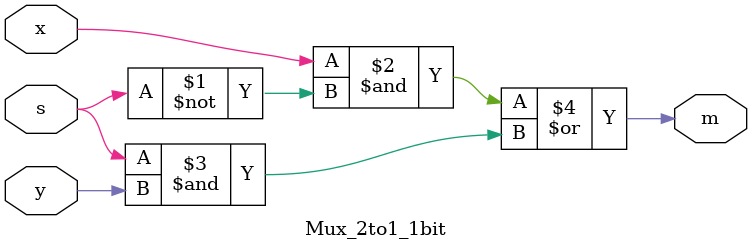
<source format=v>
module Mux_2to1_1bit (x,y,s,m);
	input x, y, s;
	output m;

	assign m = (x & ~s)|(s & y);
endmodule
</source>
